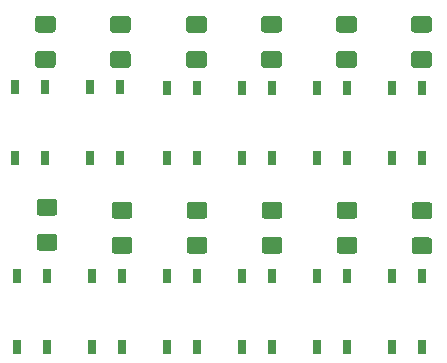
<source format=gbr>
%TF.GenerationSoftware,KiCad,Pcbnew,(5.1.10)-1*%
%TF.CreationDate,2021-12-08T13:53:17+01:00*%
%TF.ProjectId,shield_octo,73686965-6c64-45f6-9f63-746f2e6b6963,1*%
%TF.SameCoordinates,Original*%
%TF.FileFunction,Paste,Top*%
%TF.FilePolarity,Positive*%
%FSLAX46Y46*%
G04 Gerber Fmt 4.6, Leading zero omitted, Abs format (unit mm)*
G04 Created by KiCad (PCBNEW (5.1.10)-1) date 2021-12-08 13:53:17*
%MOMM*%
%LPD*%
G01*
G04 APERTURE LIST*
%ADD10R,0.800000X1.200000*%
G04 APERTURE END LIST*
D10*
%TO.C,K9*%
X139570000Y-85810000D03*
X139570000Y-79810000D03*
X142110000Y-79810000D03*
X142110000Y-85810000D03*
%TD*%
%TO.C,R12*%
G36*
G01*
X155565000Y-90919000D02*
X154315000Y-90919000D01*
G75*
G02*
X154065000Y-90669000I0J250000D01*
G01*
X154065000Y-89744000D01*
G75*
G02*
X154315000Y-89494000I250000J0D01*
G01*
X155565000Y-89494000D01*
G75*
G02*
X155815000Y-89744000I0J-250000D01*
G01*
X155815000Y-90669000D01*
G75*
G02*
X155565000Y-90919000I-250000J0D01*
G01*
G37*
G36*
G01*
X155565000Y-93894000D02*
X154315000Y-93894000D01*
G75*
G02*
X154065000Y-93644000I0J250000D01*
G01*
X154065000Y-92719000D01*
G75*
G02*
X154315000Y-92469000I250000J0D01*
G01*
X155565000Y-92469000D01*
G75*
G02*
X155815000Y-92719000I0J-250000D01*
G01*
X155815000Y-93644000D01*
G75*
G02*
X155565000Y-93894000I-250000J0D01*
G01*
G37*
%TD*%
%TO.C,R11*%
G36*
G01*
X149215000Y-90919000D02*
X147965000Y-90919000D01*
G75*
G02*
X147715000Y-90669000I0J250000D01*
G01*
X147715000Y-89744000D01*
G75*
G02*
X147965000Y-89494000I250000J0D01*
G01*
X149215000Y-89494000D01*
G75*
G02*
X149465000Y-89744000I0J-250000D01*
G01*
X149465000Y-90669000D01*
G75*
G02*
X149215000Y-90919000I-250000J0D01*
G01*
G37*
G36*
G01*
X149215000Y-93894000D02*
X147965000Y-93894000D01*
G75*
G02*
X147715000Y-93644000I0J250000D01*
G01*
X147715000Y-92719000D01*
G75*
G02*
X147965000Y-92469000I250000J0D01*
G01*
X149215000Y-92469000D01*
G75*
G02*
X149465000Y-92719000I0J-250000D01*
G01*
X149465000Y-93644000D01*
G75*
G02*
X149215000Y-93894000I-250000J0D01*
G01*
G37*
%TD*%
%TO.C,R10*%
G36*
G01*
X142865000Y-90919000D02*
X141615000Y-90919000D01*
G75*
G02*
X141365000Y-90669000I0J250000D01*
G01*
X141365000Y-89744000D01*
G75*
G02*
X141615000Y-89494000I250000J0D01*
G01*
X142865000Y-89494000D01*
G75*
G02*
X143115000Y-89744000I0J-250000D01*
G01*
X143115000Y-90669000D01*
G75*
G02*
X142865000Y-90919000I-250000J0D01*
G01*
G37*
G36*
G01*
X142865000Y-93894000D02*
X141615000Y-93894000D01*
G75*
G02*
X141365000Y-93644000I0J250000D01*
G01*
X141365000Y-92719000D01*
G75*
G02*
X141615000Y-92469000I250000J0D01*
G01*
X142865000Y-92469000D01*
G75*
G02*
X143115000Y-92719000I0J-250000D01*
G01*
X143115000Y-93644000D01*
G75*
G02*
X142865000Y-93894000I-250000J0D01*
G01*
G37*
%TD*%
%TO.C,R9*%
G36*
G01*
X136515000Y-90665000D02*
X135265000Y-90665000D01*
G75*
G02*
X135015000Y-90415000I0J250000D01*
G01*
X135015000Y-89490000D01*
G75*
G02*
X135265000Y-89240000I250000J0D01*
G01*
X136515000Y-89240000D01*
G75*
G02*
X136765000Y-89490000I0J-250000D01*
G01*
X136765000Y-90415000D01*
G75*
G02*
X136515000Y-90665000I-250000J0D01*
G01*
G37*
G36*
G01*
X136515000Y-93640000D02*
X135265000Y-93640000D01*
G75*
G02*
X135015000Y-93390000I0J250000D01*
G01*
X135015000Y-92465000D01*
G75*
G02*
X135265000Y-92215000I250000J0D01*
G01*
X136515000Y-92215000D01*
G75*
G02*
X136765000Y-92465000I0J-250000D01*
G01*
X136765000Y-93390000D01*
G75*
G02*
X136515000Y-93640000I-250000J0D01*
G01*
G37*
%TD*%
%TO.C,R8*%
G36*
G01*
X142735000Y-75185000D02*
X141485000Y-75185000D01*
G75*
G02*
X141235000Y-74935000I0J250000D01*
G01*
X141235000Y-74010000D01*
G75*
G02*
X141485000Y-73760000I250000J0D01*
G01*
X142735000Y-73760000D01*
G75*
G02*
X142985000Y-74010000I0J-250000D01*
G01*
X142985000Y-74935000D01*
G75*
G02*
X142735000Y-75185000I-250000J0D01*
G01*
G37*
G36*
G01*
X142735000Y-78160000D02*
X141485000Y-78160000D01*
G75*
G02*
X141235000Y-77910000I0J250000D01*
G01*
X141235000Y-76985000D01*
G75*
G02*
X141485000Y-76735000I250000J0D01*
G01*
X142735000Y-76735000D01*
G75*
G02*
X142985000Y-76985000I0J-250000D01*
G01*
X142985000Y-77910000D01*
G75*
G02*
X142735000Y-78160000I-250000J0D01*
G01*
G37*
%TD*%
%TO.C,R7*%
G36*
G01*
X136385000Y-75171000D02*
X135135000Y-75171000D01*
G75*
G02*
X134885000Y-74921000I0J250000D01*
G01*
X134885000Y-73996000D01*
G75*
G02*
X135135000Y-73746000I250000J0D01*
G01*
X136385000Y-73746000D01*
G75*
G02*
X136635000Y-73996000I0J-250000D01*
G01*
X136635000Y-74921000D01*
G75*
G02*
X136385000Y-75171000I-250000J0D01*
G01*
G37*
G36*
G01*
X136385000Y-78146000D02*
X135135000Y-78146000D01*
G75*
G02*
X134885000Y-77896000I0J250000D01*
G01*
X134885000Y-76971000D01*
G75*
G02*
X135135000Y-76721000I250000J0D01*
G01*
X136385000Y-76721000D01*
G75*
G02*
X136635000Y-76971000I0J-250000D01*
G01*
X136635000Y-77896000D01*
G75*
G02*
X136385000Y-78146000I-250000J0D01*
G01*
G37*
%TD*%
%TO.C,R6*%
G36*
G01*
X168265000Y-90955500D02*
X167015000Y-90955500D01*
G75*
G02*
X166765000Y-90705500I0J250000D01*
G01*
X166765000Y-89780500D01*
G75*
G02*
X167015000Y-89530500I250000J0D01*
G01*
X168265000Y-89530500D01*
G75*
G02*
X168515000Y-89780500I0J-250000D01*
G01*
X168515000Y-90705500D01*
G75*
G02*
X168265000Y-90955500I-250000J0D01*
G01*
G37*
G36*
G01*
X168265000Y-93930500D02*
X167015000Y-93930500D01*
G75*
G02*
X166765000Y-93680500I0J250000D01*
G01*
X166765000Y-92755500D01*
G75*
G02*
X167015000Y-92505500I250000J0D01*
G01*
X168265000Y-92505500D01*
G75*
G02*
X168515000Y-92755500I0J-250000D01*
G01*
X168515000Y-93680500D01*
G75*
G02*
X168265000Y-93930500I-250000J0D01*
G01*
G37*
%TD*%
%TO.C,R5*%
G36*
G01*
X161915000Y-90919000D02*
X160665000Y-90919000D01*
G75*
G02*
X160415000Y-90669000I0J250000D01*
G01*
X160415000Y-89744000D01*
G75*
G02*
X160665000Y-89494000I250000J0D01*
G01*
X161915000Y-89494000D01*
G75*
G02*
X162165000Y-89744000I0J-250000D01*
G01*
X162165000Y-90669000D01*
G75*
G02*
X161915000Y-90919000I-250000J0D01*
G01*
G37*
G36*
G01*
X161915000Y-93894000D02*
X160665000Y-93894000D01*
G75*
G02*
X160415000Y-93644000I0J250000D01*
G01*
X160415000Y-92719000D01*
G75*
G02*
X160665000Y-92469000I250000J0D01*
G01*
X161915000Y-92469000D01*
G75*
G02*
X162165000Y-92719000I0J-250000D01*
G01*
X162165000Y-93644000D01*
G75*
G02*
X161915000Y-93894000I-250000J0D01*
G01*
G37*
%TD*%
%TO.C,R4*%
G36*
G01*
X168229000Y-75171000D02*
X166979000Y-75171000D01*
G75*
G02*
X166729000Y-74921000I0J250000D01*
G01*
X166729000Y-73996000D01*
G75*
G02*
X166979000Y-73746000I250000J0D01*
G01*
X168229000Y-73746000D01*
G75*
G02*
X168479000Y-73996000I0J-250000D01*
G01*
X168479000Y-74921000D01*
G75*
G02*
X168229000Y-75171000I-250000J0D01*
G01*
G37*
G36*
G01*
X168229000Y-78146000D02*
X166979000Y-78146000D01*
G75*
G02*
X166729000Y-77896000I0J250000D01*
G01*
X166729000Y-76971000D01*
G75*
G02*
X166979000Y-76721000I250000J0D01*
G01*
X168229000Y-76721000D01*
G75*
G02*
X168479000Y-76971000I0J-250000D01*
G01*
X168479000Y-77896000D01*
G75*
G02*
X168229000Y-78146000I-250000J0D01*
G01*
G37*
%TD*%
%TO.C,R3*%
G36*
G01*
X161879000Y-75171000D02*
X160629000Y-75171000D01*
G75*
G02*
X160379000Y-74921000I0J250000D01*
G01*
X160379000Y-73996000D01*
G75*
G02*
X160629000Y-73746000I250000J0D01*
G01*
X161879000Y-73746000D01*
G75*
G02*
X162129000Y-73996000I0J-250000D01*
G01*
X162129000Y-74921000D01*
G75*
G02*
X161879000Y-75171000I-250000J0D01*
G01*
G37*
G36*
G01*
X161879000Y-78146000D02*
X160629000Y-78146000D01*
G75*
G02*
X160379000Y-77896000I0J250000D01*
G01*
X160379000Y-76971000D01*
G75*
G02*
X160629000Y-76721000I250000J0D01*
G01*
X161879000Y-76721000D01*
G75*
G02*
X162129000Y-76971000I0J-250000D01*
G01*
X162129000Y-77896000D01*
G75*
G02*
X161879000Y-78146000I-250000J0D01*
G01*
G37*
%TD*%
%TO.C,R2*%
G36*
G01*
X155529000Y-75171000D02*
X154279000Y-75171000D01*
G75*
G02*
X154029000Y-74921000I0J250000D01*
G01*
X154029000Y-73996000D01*
G75*
G02*
X154279000Y-73746000I250000J0D01*
G01*
X155529000Y-73746000D01*
G75*
G02*
X155779000Y-73996000I0J-250000D01*
G01*
X155779000Y-74921000D01*
G75*
G02*
X155529000Y-75171000I-250000J0D01*
G01*
G37*
G36*
G01*
X155529000Y-78146000D02*
X154279000Y-78146000D01*
G75*
G02*
X154029000Y-77896000I0J250000D01*
G01*
X154029000Y-76971000D01*
G75*
G02*
X154279000Y-76721000I250000J0D01*
G01*
X155529000Y-76721000D01*
G75*
G02*
X155779000Y-76971000I0J-250000D01*
G01*
X155779000Y-77896000D01*
G75*
G02*
X155529000Y-78146000I-250000J0D01*
G01*
G37*
%TD*%
%TO.C,R1*%
G36*
G01*
X149179000Y-75187000D02*
X147929000Y-75187000D01*
G75*
G02*
X147679000Y-74937000I0J250000D01*
G01*
X147679000Y-74012000D01*
G75*
G02*
X147929000Y-73762000I250000J0D01*
G01*
X149179000Y-73762000D01*
G75*
G02*
X149429000Y-74012000I0J-250000D01*
G01*
X149429000Y-74937000D01*
G75*
G02*
X149179000Y-75187000I-250000J0D01*
G01*
G37*
G36*
G01*
X149179000Y-78162000D02*
X147929000Y-78162000D01*
G75*
G02*
X147679000Y-77912000I0J250000D01*
G01*
X147679000Y-76987000D01*
G75*
G02*
X147929000Y-76737000I250000J0D01*
G01*
X149179000Y-76737000D01*
G75*
G02*
X149429000Y-76987000I0J-250000D01*
G01*
X149429000Y-77912000D01*
G75*
G02*
X149179000Y-78162000I-250000J0D01*
G01*
G37*
%TD*%
%TO.C,K13*%
X152400000Y-101806000D03*
X152400000Y-95806000D03*
X154940000Y-95806000D03*
X154940000Y-101806000D03*
%TD*%
%TO.C,K12*%
X146050000Y-101806000D03*
X146050000Y-95806000D03*
X148590000Y-95806000D03*
X148590000Y-101806000D03*
%TD*%
%TO.C,K11*%
X139700000Y-101806000D03*
X139700000Y-95806000D03*
X142240000Y-95806000D03*
X142240000Y-101806000D03*
%TD*%
%TO.C,K10*%
X133350000Y-101806000D03*
X133350000Y-95806000D03*
X135890000Y-95806000D03*
X135890000Y-101806000D03*
%TD*%
%TO.C,K8*%
X133220000Y-85810000D03*
X133220000Y-79810000D03*
X135760000Y-79810000D03*
X135760000Y-85810000D03*
%TD*%
%TO.C,K7*%
X165100000Y-101806000D03*
X165100000Y-95806000D03*
X167640000Y-95806000D03*
X167640000Y-101806000D03*
%TD*%
%TO.C,K6*%
X158750000Y-101806000D03*
X158750000Y-95806000D03*
X161290000Y-95806000D03*
X161290000Y-101806000D03*
%TD*%
%TO.C,K5*%
X165064000Y-85820000D03*
X165064000Y-79820000D03*
X167604000Y-79820000D03*
X167604000Y-85820000D03*
%TD*%
%TO.C,K4*%
X158714000Y-85820000D03*
X158714000Y-79820000D03*
X161254000Y-79820000D03*
X161254000Y-85820000D03*
%TD*%
%TO.C,K3*%
X152364000Y-85820000D03*
X152364000Y-79820000D03*
X154904000Y-79820000D03*
X154904000Y-85820000D03*
%TD*%
%TO.C,K2*%
X146014000Y-85820000D03*
X146014000Y-79820000D03*
X148554000Y-79820000D03*
X148554000Y-85820000D03*
%TD*%
M02*

</source>
